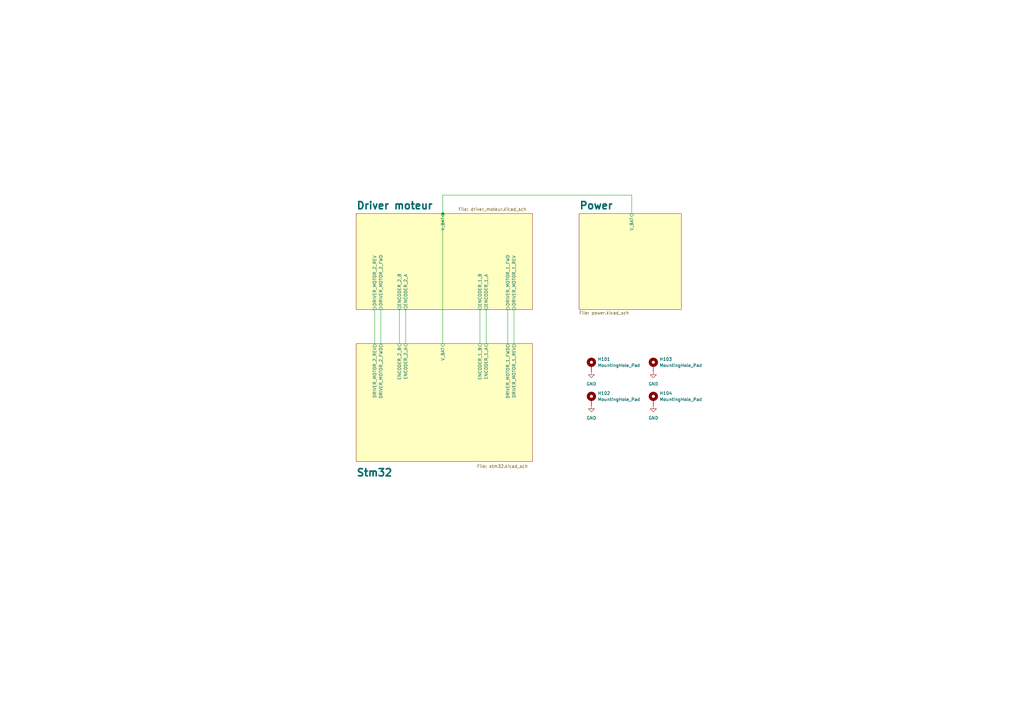
<source format=kicad_sch>
(kicad_sch (version 20211123) (generator eeschema)
  (paper "A3")
  (title_block (title "Projet Robot ESE") (date "2022-10-06") (rev "1.0") (company "ENSEA"))
  (lib_symbols
    (symbol "Mechanical:MountingHole_Pad" (pin_numbers hide) (pin_names (offset 1.016) hide)
      (property "Reference" "H" (at 0 6.35 0))
      (property "Value" "MountingHole_Pad" (at 0 4.445 0))
      (symbol "MountingHole_Pad_0_1"
        (circle (center 0 1.27) (radius 1.27) (stroke (width 1.27)))
      )
      (symbol "MountingHole_Pad_1_1"
        (pin input line (at 0 -2.54 90) (length 2.54) (name "1") (number "1"))
      )
    )
    (symbol "power:GND" (power) (pin_names (offset 0))
      (property "Value" "GND" (at 0 -3.81 0))
      (symbol "GND_0_1"
        (polyline (pts (xy 0 0) (xy 0 -1.27) (xy 1.27 -1.27) (xy 0 -2.54) (xy -1.27 -1.27) (xy 0 -1.27)))
      )
      (symbol "GND_1_1"
        (pin power_in line (at 0 0 270) (length 0) hide (name "GND") (number "1"))
      )
    )
  )
  (junction (at 181.61 87.63))
  (wire (pts (xy 210.82 127) (xy 210.82 140.97)))
  (wire (pts (xy 163.83 127) (xy 163.83 140.97)))
  (wire (pts (xy 199.39 127) (xy 199.39 140.97)))
  (wire (pts (xy 181.61 80.01) (xy 259.08 80.01)))
  (wire (pts (xy 156.21 127) (xy 156.21 140.97)))
  (wire (pts (xy 166.37 127) (xy 166.37 140.97)))
  (wire (pts (xy 196.85 127) (xy 196.85 140.97)))
  (wire (pts (xy 208.28 127) (xy 208.28 140.97)))
  (wire (pts (xy 259.08 80.01) (xy 259.08 87.63)))
  (wire (pts (xy 181.61 87.63) (xy 181.61 80.01)))
  (wire (pts (xy 181.61 87.63) (xy 181.61 140.97)))
  (wire (pts (xy 153.67 127) (xy 153.67 140.97)))
  (symbol (lib_id "Mechanical:MountingHole_Pad") (at 267.97 149.86 0) (unit 1)
    (property "Reference" "H103" (at 270.51 147.3199 0) (effects (justify left)))
    (property "Value" "MountingHole_Pad" (at 270.51 149.8599 0) (effects (justify left)))
    (property "Footprint" "MountingHole:MountingHole_3.2mm_M3_Pad_Via" (effects hide))
  )
  (symbol (lib_id "power:GND") (at 242.57 166.37 0) (unit 1)
    (property "Reference" "#PWR0116" (effects hide))
    (property "Value" "GND" (at 242.57 171.45 0))
  )
  (symbol (lib_id "Mechanical:MountingHole_Pad") (at 242.57 163.83 0) (unit 1)
    (property "Reference" "H102" (at 245.11 161.2899 0) (effects (justify left)))
    (property "Value" "MountingHole_Pad" (at 245.11 163.8299 0) (effects (justify left)))
    (property "Footprint" "MountingHole:MountingHole_3.2mm_M3_Pad_Via" (effects hide))
  )
  (symbol (lib_id "power:GND") (at 267.97 166.37 0) (unit 1)
    (property "Reference" "#PWR0118" (effects hide))
    (property "Value" "GND" (at 267.97 171.45 0))
  )
  (symbol (lib_id "power:GND") (at 267.97 152.4 0) (unit 1)
    (property "Reference" "#PWR0117" (effects hide))
    (property "Value" "GND" (at 267.97 157.48 0))
  )
  (symbol (lib_id "Mechanical:MountingHole_Pad") (at 267.97 163.83 0) (unit 1)
    (property "Reference" "H104" (at 270.51 161.2899 0) (effects (justify left)))
    (property "Value" "MountingHole_Pad" (at 270.51 163.8299 0) (effects (justify left)))
    (property "Footprint" "MountingHole:MountingHole_3.2mm_M3_Pad_Via" (effects hide))
  )
  (symbol (lib_id "Mechanical:MountingHole_Pad") (at 242.57 149.86 0) (unit 1)
    (property "Reference" "H101" (at 245.11 147.3199 0) (effects (justify left)))
    (property "Value" "MountingHole_Pad" (at 245.11 149.8599 0) (effects (justify left)))
    (property "Footprint" "MountingHole:MountingHole_3.2mm_M3_Pad_Via" (effects hide))
  )
  (symbol (lib_id "power:GND") (at 242.57 152.4 0) (unit 1)
    (property "Reference" "#PWR0115" (effects hide))
    (property "Value" "GND" (at 242.57 157.48 0))
  )
  (sheet (at 146.05 140.97) (size 72.39 48.26) (stroke (width 0.1524)) (fill (color 255 255 194 1.0000))
    (property "Sheet name" "Stm32" (at 146.05 195.58 0) (effects (font (size 3 3) bold) (justify left bottom)))
    (property "Sheet file" "stm32.kicad_sch" (at 195.58 190.5 0) (effects (justify left top)))
    (pin "DRIVER_MOTOR_1_REV" output (at 210.82 140.97 90))
    (pin "DRIVER_MOTOR_1_FWD" output (at 208.28 140.97 90))
    (pin "ENCODER_2_A" input (at 166.37 140.97 90))
    (pin "ENCODER_2_B" input (at 163.83 140.97 90))
    (pin "ENCODER_1_A" input (at 199.39 140.97 90))
    (pin "ENCODER_1_B" input (at 196.85 140.97 90))
    (pin "DRIVER_MOTOR_2_FWD" output (at 156.21 140.97 90))
    (pin "DRIVER_MOTOR_2_REV" output (at 153.67 140.97 90))
    (pin "V_BAT" input (at 181.61 140.97 90))
  )
  (sheet (at 146.05 87.63) (size 72.39 39.37) (stroke (width 0.1524)) (fill (color 255 255 194 1.0000))
    (property "Sheet name" "Driver moteur" (at 146.05 86.0534 0) (effects (font (size 3 3) bold) (justify left bottom)))
    (property "Sheet file" "driver_moteur.kicad_sch" (at 187.96 85.09 0) (effects (justify left top)))
    (pin "ENCODER_2_A" output (at 166.37 127 270))
    (pin "ENCODER_2_B" output (at 163.83 127 270))
    (pin "V_BAT" input (at 181.61 87.63 90))
    (pin "DRIVER_MOTOR_1_REV" input (at 210.82 127 270))
    (pin "DRIVER_MOTOR_1_FWD" input (at 208.28 127 270))
    (pin "DRIVER_MOTOR_2_REV" input (at 153.67 127 270))
    (pin "DRIVER_MOTOR_2_FWD" input (at 156.21 127 270))
    (pin "ENCODER_1_B" output (at 196.85 127 270))
    (pin "ENCODER_1_A" output (at 199.39 127 270))
  )
  (sheet (at 237.49 87.63) (size 41.91 39.37) (stroke (width 0.1524)) (fill (color 255 255 194 1.0000))
    (property "Sheet name" "Power" (at 237.49 86.0534 0) (effects (font (size 3 3) bold) (justify left bottom)))
    (property "Sheet file" "power.kicad_sch" (at 237.49 127.5846 0) (effects (justify left top)))
    (pin "V_BAT" input (at 259.08 87.63 90))
  )
)
</source>
